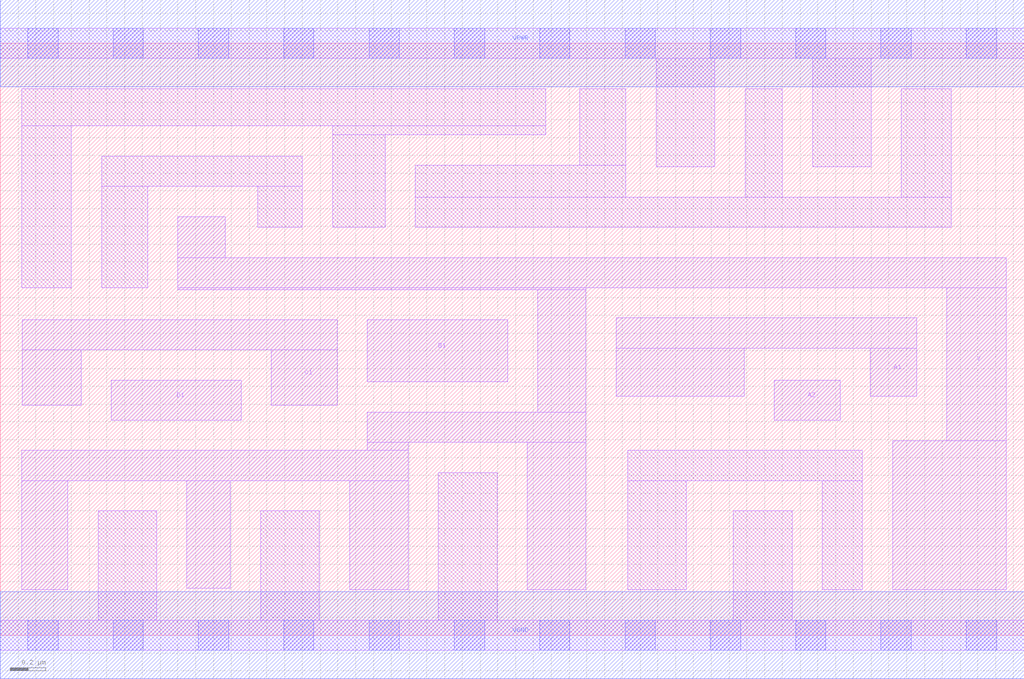
<source format=lef>
# Copyright 2020 The SkyWater PDK Authors
#
# Licensed under the Apache License, Version 2.0 (the "License");
# you may not use this file except in compliance with the License.
# You may obtain a copy of the License at
#
#     https://www.apache.org/licenses/LICENSE-2.0
#
# Unless required by applicable law or agreed to in writing, software
# distributed under the License is distributed on an "AS IS" BASIS,
# WITHOUT WARRANTIES OR CONDITIONS OF ANY KIND, either express or implied.
# See the License for the specific language governing permissions and
# limitations under the License.
#
# SPDX-License-Identifier: Apache-2.0

VERSION 5.7 ;
  NAMESCASESENSITIVE ON ;
  NOWIREEXTENSIONATPIN ON ;
  DIVIDERCHAR "/" ;
  BUSBITCHARS "[]" ;
UNITS
  DATABASE MICRONS 200 ;
END UNITS
MACRO sky130_fd_sc_lp__a2111oi_2
  CLASS CORE ;
  SOURCE USER ;
  FOREIGN sky130_fd_sc_lp__a2111oi_2 ;
  ORIGIN  0.000000  0.000000 ;
  SIZE  5.760000 BY  3.330000 ;
  SYMMETRY X Y R90 ;
  SITE unit ;
  PIN A1
    ANTENNAGATEAREA  0.630000 ;
    DIRECTION INPUT ;
    USE SIGNAL ;
    PORT
      LAYER li1 ;
        RECT 3.465000 1.345000 4.185000 1.615000 ;
        RECT 3.465000 1.615000 5.155000 1.785000 ;
        RECT 4.895000 1.345000 5.155000 1.615000 ;
    END
  END A1
  PIN A2
    ANTENNAGATEAREA  0.630000 ;
    DIRECTION INPUT ;
    USE SIGNAL ;
    PORT
      LAYER li1 ;
        RECT 4.355000 1.210000 4.725000 1.435000 ;
    END
  END A2
  PIN B1
    ANTENNAGATEAREA  0.630000 ;
    DIRECTION INPUT ;
    USE SIGNAL ;
    PORT
      LAYER li1 ;
        RECT 2.065000 1.425000 2.855000 1.775000 ;
    END
  END B1
  PIN C1
    ANTENNAGATEAREA  0.630000 ;
    DIRECTION INPUT ;
    USE SIGNAL ;
    PORT
      LAYER li1 ;
        RECT 0.125000 1.295000 0.455000 1.605000 ;
        RECT 0.125000 1.605000 1.895000 1.775000 ;
        RECT 1.525000 1.295000 1.895000 1.605000 ;
    END
  END C1
  PIN D1
    ANTENNAGATEAREA  0.630000 ;
    DIRECTION INPUT ;
    USE SIGNAL ;
    PORT
      LAYER li1 ;
        RECT 0.625000 1.210000 1.355000 1.435000 ;
    END
  END D1
  PIN Y
    ANTENNADIFFAREA  1.541400 ;
    DIRECTION OUTPUT ;
    USE SIGNAL ;
    PORT
      LAYER li1 ;
        RECT 0.120000 0.255000 0.380000 0.870000 ;
        RECT 0.120000 0.870000 2.295000 1.040000 ;
        RECT 1.000000 1.945000 3.295000 1.955000 ;
        RECT 1.000000 1.955000 5.660000 2.125000 ;
        RECT 1.000000 2.125000 1.265000 2.355000 ;
        RECT 1.050000 0.265000 1.295000 0.870000 ;
        RECT 1.965000 0.255000 2.295000 0.870000 ;
        RECT 2.065000 1.040000 2.295000 1.085000 ;
        RECT 2.065000 1.085000 3.295000 1.255000 ;
        RECT 2.965000 0.255000 3.295000 1.085000 ;
        RECT 3.025000 1.255000 3.295000 1.945000 ;
        RECT 5.020000 0.255000 5.660000 1.095000 ;
        RECT 5.325000 1.095000 5.660000 1.955000 ;
    END
  END Y
  PIN VGND
    DIRECTION INOUT ;
    USE GROUND ;
    PORT
      LAYER met1 ;
        RECT 0.000000 -0.245000 5.760000 0.245000 ;
    END
  END VGND
  PIN VPWR
    DIRECTION INOUT ;
    USE POWER ;
    PORT
      LAYER met1 ;
        RECT 0.000000 3.085000 5.760000 3.575000 ;
    END
  END VPWR
  OBS
    LAYER li1 ;
      RECT 0.000000 -0.085000 5.760000 0.085000 ;
      RECT 0.000000  3.245000 5.760000 3.415000 ;
      RECT 0.120000  1.955000 0.400000 2.865000 ;
      RECT 0.120000  2.865000 3.070000 3.075000 ;
      RECT 0.550000  0.085000 0.880000 0.700000 ;
      RECT 0.570000  1.955000 0.830000 2.525000 ;
      RECT 0.570000  2.525000 1.700000 2.695000 ;
      RECT 1.450000  2.295000 1.700000 2.525000 ;
      RECT 1.465000  0.085000 1.795000 0.700000 ;
      RECT 1.870000  2.295000 2.165000 2.815000 ;
      RECT 1.870000  2.815000 3.070000 2.865000 ;
      RECT 2.335000  2.295000 5.350000 2.465000 ;
      RECT 2.335000  2.465000 3.520000 2.645000 ;
      RECT 2.465000  0.085000 2.795000 0.915000 ;
      RECT 3.260000  2.645000 3.520000 3.075000 ;
      RECT 3.530000  0.255000 3.860000 0.870000 ;
      RECT 3.530000  0.870000 4.850000 1.040000 ;
      RECT 3.690000  2.635000 4.020000 3.245000 ;
      RECT 4.125000  0.085000 4.455000 0.700000 ;
      RECT 4.190000  2.465000 4.400000 3.075000 ;
      RECT 4.570000  2.635000 4.900000 3.245000 ;
      RECT 4.625000  0.255000 4.850000 0.870000 ;
      RECT 5.070000  2.465000 5.350000 3.075000 ;
    LAYER mcon ;
      RECT 0.155000 -0.085000 0.325000 0.085000 ;
      RECT 0.155000  3.245000 0.325000 3.415000 ;
      RECT 0.635000 -0.085000 0.805000 0.085000 ;
      RECT 0.635000  3.245000 0.805000 3.415000 ;
      RECT 1.115000 -0.085000 1.285000 0.085000 ;
      RECT 1.115000  3.245000 1.285000 3.415000 ;
      RECT 1.595000 -0.085000 1.765000 0.085000 ;
      RECT 1.595000  3.245000 1.765000 3.415000 ;
      RECT 2.075000 -0.085000 2.245000 0.085000 ;
      RECT 2.075000  3.245000 2.245000 3.415000 ;
      RECT 2.555000 -0.085000 2.725000 0.085000 ;
      RECT 2.555000  3.245000 2.725000 3.415000 ;
      RECT 3.035000 -0.085000 3.205000 0.085000 ;
      RECT 3.035000  3.245000 3.205000 3.415000 ;
      RECT 3.515000 -0.085000 3.685000 0.085000 ;
      RECT 3.515000  3.245000 3.685000 3.415000 ;
      RECT 3.995000 -0.085000 4.165000 0.085000 ;
      RECT 3.995000  3.245000 4.165000 3.415000 ;
      RECT 4.475000 -0.085000 4.645000 0.085000 ;
      RECT 4.475000  3.245000 4.645000 3.415000 ;
      RECT 4.955000 -0.085000 5.125000 0.085000 ;
      RECT 4.955000  3.245000 5.125000 3.415000 ;
      RECT 5.435000 -0.085000 5.605000 0.085000 ;
      RECT 5.435000  3.245000 5.605000 3.415000 ;
  END
END sky130_fd_sc_lp__a2111oi_2

</source>
